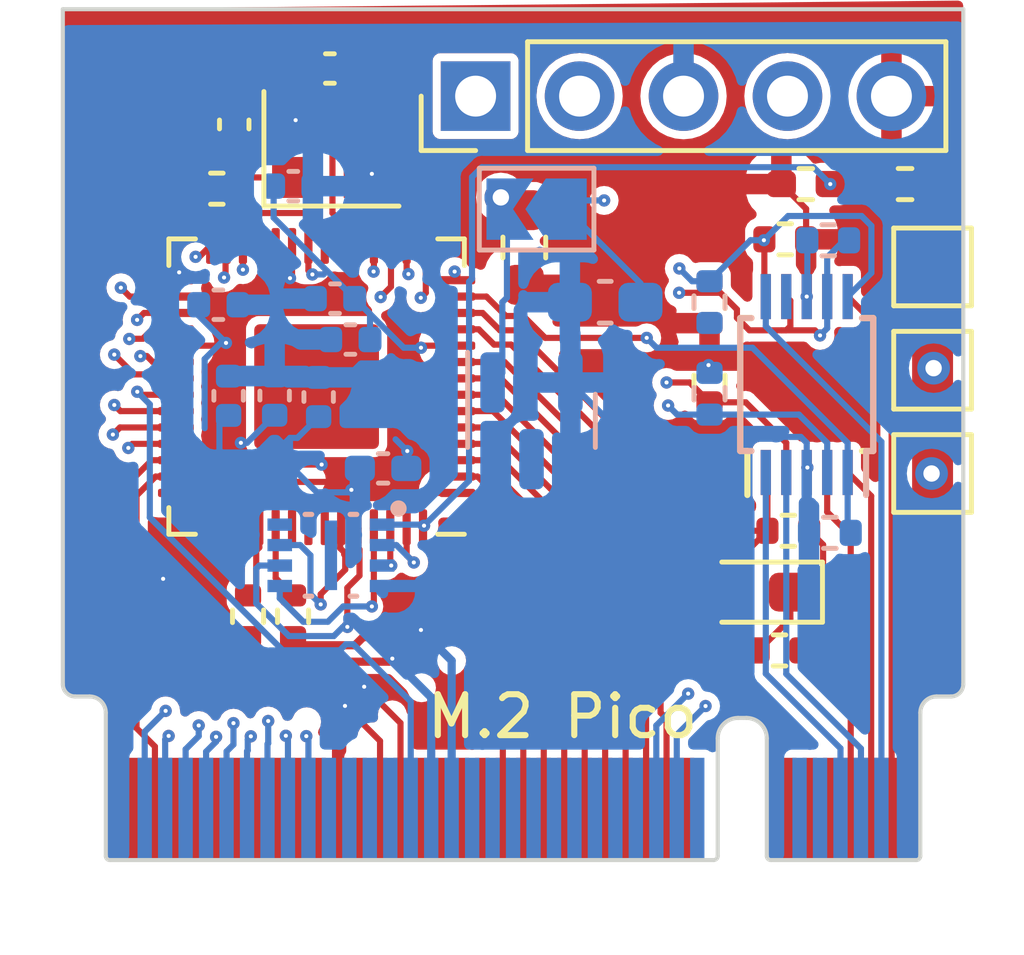
<source format=kicad_pcb>
(kicad_pcb (version 20221018) (generator pcbnew)
  (layers (0 "F.Cu" signal) (1 "In1.Cu" signal) (2 "In2.Cu" signal) (31 "B.Cu" signal) (34 "B.Paste" user) (35 "F.Paste" user) (36 "B.SilkS" user "B.Silkscreen") (37 "F.SilkS" user "F.Silkscreen") (38 "B.Mask" user) (39 "F.Mask" user) (44 "Edge.Cuts" user))
  (net 0 "")
  (net 1 "Net-(C3-Pad1)")
  (net 2 "GND")
  (net 3 "+3V3")
  (net 4 "/XIN")
  (net 5 "+1V1")
  (net 6 "Net-(D2-K)")
  (net 7 "/D+")
  (net 8 "/D-")
  (net 9 "/SWCLK")
  (net 10 "/SWD")
  (net 11 "/RUN")
  (net 12 "ADCs0")
  (net 13 "/3V0_VREF")
  (net 14 "/QSPI_SS")
  (net 15 "Net-(R1-Pad2)")
  (net 16 "/XOUT")
  (net 17 "/DP")
  (net 18 "rdy0")
  (net 19 "SENS1")
  (net 20 "SENS2")
  (net 21 "/QSPI_SD1")
  (net 22 "/QSPI_SD2")
  (net 23 "/QSPI_SD0")
  (net 24 "/QSPI_SCLK")
  (net 25 "/QSPI_SD3")
  (net 26 "SENS3")
  (net 27 "/DN")
  (net 28 "/ADC_VREF")
  (net 30 "SDA")
  (net 31 "SCL")
  (net 32 "ADCs1")
  (net 33 "rdy1")
  (net 34 "1SENS1")
  (net 35 "1SENS2")
  (net 36 "1SENS3")
  (net 38 "Tx")
  (net 39 "Rx")
  (net 40 "~{FAULT}")
  (net 41 "DC_CAL")
  (net 42 "En_GATE")
  (net 43 "H1")
  (net 44 "L1")
  (net 45 "H2")
  (net 46 "L2")
  (net 47 "H3")
  (net 48 "L3")
  (net 49 "~{FAULT}1")
  (net 50 "1DC_CAL")
  (net 51 "En_GATE1")
  (net 52 "1H1")
  (net 53 "1L1")
  (net 54 "1H2")
  (net 55 "1L2")
  (net 56 "1H3")
  (net 57 "1L3")
  (net 58 "1BR_SO1")
  (net 59 "1BR_SO2")
  (net 60 "BR_SO1")
  (net 61 "BR_SO2")
  (footprint "Package_SO:TSSOP-10_3x3mm_P0.5mm" (layer "F.Cu") (at 116.05 57.05 90)
    (fp_text reference "ADC1" hide)
    (fp_text value "ADS1015IDGS" hide)
  )
  (footprint "Resistor_SMD:R_0402_1005Metric" (layer "F.Cu") (at 115.385 63.55)
    (fp_text reference "R12" hide)
    (fp_text value "1k" hide)
  )
  (footprint "Resistor_SMD:R_0603_1608Metric_Pad0.98x0.95mm_HandSolder" (layer "F.Cu") (at 109.15 53.7 -90)
    (fp_text reference "R7" hide)
    (fp_text value "150" hide)
  )
  (footprint "Resistor_SMD:R_0402_1005Metric" (layer "F.Cu") (at 103.5 62.715 90)
    (fp_text reference "R8" hide)
    (fp_text value "27" hide)
  )
  (footprint "Capacitor_SMD:C_0402_1005Metric" (layer "F.Cu") (at 102.0625 50.6925 90)
    (fp_text reference "C3" hide)
    (fp_text value "18p" hide)
  )
  (footprint "Resistor_SMD:R_0402_1005Metric" (layer "F.Cu") (at 113.675 55.04 -90)
    (fp_text reference "R18" hide)
    (fp_text value "5k" hide)
  )
  (footprint "LED_SMD:LED_0603_1608Metric_Pad1.05x0.95mm_HandSolder" (layer "F.Cu") (at 114.775 62.125 180)
    (fp_text reference "D2" hide)
    (fp_text value "LED" hide)
  )
  (footprint "Capacitor_SMD:C_0402_1005Metric" (layer "F.Cu") (at 104.4 49.325 180)
    (fp_text reference "C2" hide)
    (fp_text value "18p" hide)
  )
  (footprint "Resistor_SMD:R_0402_1005Metric" (layer "F.Cu") (at 102.4 62.715 90)
    (fp_text reference "R9" hide)
    (fp_text value "27" hide)
  )
  (footprint "Connector_PinHeader_2.54mm:PinHeader_1x05_P2.54mm_Vertical" (layer "F.Cu") (at 107.96 50 90)
    (fp_text reference "Jr1" hide)
    (fp_text value "Conn_01x05_Pin" hide)
  )
  (footprint "Resistor_SMD:R_0402_1005Metric" (layer "F.Cu") (at 115.6 60.625)
    (fp_text reference "R20" hide)
    (fp_text value "5k" hide)
  )
  (footprint "RP2040:RP2040-QFN-56" (layer "F.Cu") (at 104.075 57.1 180)
    (fp_text reference "U5" hide)
    (fp_text value "RP2040" hide)
  )
  (footprint "Resistor_SMD:R_0402_1005Metric_Pad0.72x0.64mm_HandSolder" (layer "F.Cu") (at 116.0275 52.15)
    (fp_text reference "R2" hide)
    (fp_text value "DNP" hide)
  )
  (footprint "TestPoint:TestPoint_Pad_1.5x1.5mm" (layer "F.Cu") (at 119.125 56.7 -90)
    (fp_text reference "TP5" hide)
    (fp_text value "D+" hide)
  )
  (footprint "Y!:M.2-B-KEY" (layer "F.Cu") (at 108.875 68.675)
    (fp_text reference "U$1" hide)
    (fp_text value "M.2-B-KEY" hide)
  )
  (footprint "TestPoint:TestPoint_Pad_1.5x1.5mm" (layer "F.Cu") (at 119.125 54.175 90)
    (fp_text reference "TP1" hide)
    (fp_text value "BOOTSEL" hide)
  )
  (footprint "TestPoint:TestPoint_Pad_1.5x1.5mm" (layer "F.Cu") (at 119.125 59.225 90)
    (fp_text reference "TP7" hide)
    (fp_text value "D-" hide)
  )
  (footprint "Resistor_SMD:R_0402_1005Metric" (layer "F.Cu") (at 101.6375 52.2625)
    (fp_text reference "R5" hide)
    (fp_text value "1k" hide)
  )
  (footprint "Crystal:Crystal_SMD_2520-4Pin_2.5x2.0mm" (layer "F.Cu") (at 104.4375 51.2875)
    (fp_text reference "Y1" hide)
    (fp_text value "ECS-120-12-36-AGN-TR3" hide)
  )
  (footprint "Resistor_SMD:R_0402_1005Metric" (layer "F.Cu") (at 113.675 56.975 90)
    (fp_text reference "R14" hide)
    (fp_text value "5k" hide)
  )
  (footprint "Resistor_SMD:R_0402_1005Metric" (layer "F.Cu") (at 115.525 53.5)
    (fp_text reference "R16" hide)
    (fp_text value "5k" hide)
  )
  (footprint "Resistor_SMD:R_0402_1005Metric_Pad0.72x0.64mm_HandSolder" (layer "F.Cu") (at 118.4525 52.15)
    (fp_text reference "R1" hide)
    (fp_text value "1k" hide)
  )
  (footprint "Resistor_SMD:R_0402_1005Metric" (layer "B.Cu") (at 116.615 60.675 180)
    (fp_text reference "R21" hide)
    (fp_text value "5k" hide)
  )
  (footprint "Capacitor_SMD:C_0402_1005Metric" (layer "B.Cu") (at 101.675 55.1)
    (fp_text reference "C15" hide)
    (fp_text value "100n" hide)
  )
  (footprint "Package_SO:TSSOP-10_3x3mm_P0.5mm" (layer "B.Cu") (at 116.05 57.05 90)
    (fp_text reference "ADC2" hide)
    (fp_text value "ADS1015IDGS" hide)
  )
  (footprint "Capacitor_SMD:C_0402_1005Metric" (layer "B.Cu") (at 104.525 54.95 180)
    (fp_text reference "C12" hide)
    (fp_text value "1u" hide)
  )
  (footprint "Jumper:SolderJumper-2_P1.3mm_Open_TrianglePad1.0x1.5mm" (layer "B.Cu") (at 109.450596 52.7625 180)
    (fp_text reference "JP2" hide)
    (fp_text value "VREF" hide)
  )
  (footprint "Package_TO_SOT_SMD:SOT-23" (layer "B.Cu") (at 109.325596 57.9375 -90)
    (fp_text reference "U4" hide)
    (fp_text value "LM4040DBZ-3" hide)
  )
  (footprint "Resistor_SMD:R_0402_1005Metric" (layer "B.Cu") (at 113.675 57.275 90)
    (fp_text reference "R15" hide)
    (fp_text value "5k" hide)
  )
  (footprint "Capacitor_SMD:C_0603_1608Metric_Pad1.08x0.95mm_HandSolder" (layer "B.Cu") (at 111.125596 55.0375 180)
    (fp_text reference "C7" hide)
    (fp_text value "10n C0G" hide)
  )
  (footprint "W25Q16JVUXIQ_TR:IC_W25Q16JVUXIQ_TR" (layer "B.Cu") (at 104.425 61.225 180)
    (fp_text reference "U2" hide)
    (fp_text value "W25Q16JVUXIQ" hide)
  )
  (footprint "Capacitor_SMD:C_0402_1005Metric" (layer "B.Cu") (at 103.05 57.32 90)
    (fp_text reference "C14" hide)
    (fp_text value "100n" hide)
  )
  (footprint "Capacitor_SMD:C_0402_1005Metric" (layer "B.Cu") (at 104.9 55.95 180)
    (fp_text reference "C13" hide)
    (fp_text value "100n" hide)
  )
  (footprint "Resistor_SMD:R_0402_1005Metric" (layer "B.Cu") (at 116.575 53.525 180)
    (fp_text reference "R19" hide)
    (fp_text value "5k" hide)
  )
  (footprint "Capacitor_SMD:C_0402_1005Metric" (layer "B.Cu") (at 104.125 57.355 90)
    (fp_text reference "C8" hide)
    (fp_text value "100n" hide)
  )
  (footprint "Resistor_SMD:R_0402_1005Metric" (layer "B.Cu") (at 113.675 55.035 -90)
    (fp_text reference "R17" hide)
    (fp_text value "5k" hide)
  )
  (footprint "Capacitor_SMD:C_0402_1005Metric" (layer "B.Cu") (at 103.505 52.2)
    (fp_text reference "C11" hide)
    (fp_text value "100n" hide)
  )
  (footprint "Capacitor_SMD:C_0402_1005Metric" (layer "B.Cu") (at 101.925 57.325 90)
    (fp_text reference "C10" hide)
    (fp_text value "1u" hide)
  )
  (footprint "Capacitor_SMD:C_0402_1005Metric_Pad0.74x0.62mm_HandSolder" (layer "B.Cu") (at 105.7 59.1 180)
    (fp_text reference "C5" hide)
    (fp_text value "100n" hide)
  )
  (gr_line (start 113.875 65.7) (end 113.875 68.575) (stroke (width 0.1)) (layer "Edge.Cuts"))
  (gr_line (start 114.575 65.2) (end 114.375 65.2) (stroke (width 0.1)) (layer "Edge.Cuts"))
  (gr_arc (start 119.875 64.375) (mid 119.787132 64.587132) (end 119.575 64.675) (stroke (width 0.1)) (layer "Edge.Cuts"))
  (gr_line (start 115.075 68.575) (end 115.075 65.7) (stroke (width 0.1)) (layer "Edge.Cuts"))
  (gr_line (start 97.875 47.875) (end 97.875 64.375) (stroke (width 0.1)) (layer "Edge.Cuts"))
  (gr_arc (start 98.175 64.675) (mid 97.962868 64.587132) (end 97.875 64.375) (stroke (width 0.1)) (layer "Edge.Cuts"))
  (gr_arc (start 115.175 68.675) (mid 115.104289 68.645711) (end 115.075 68.575) (stroke (width 0.1)) (layer "Edge.Cuts"))
  (gr_line (start 113.775 68.675) (end 99.025 68.675) (stroke (width 0.1)) (layer "Edge.Cuts"))
  (gr_line (start 98.175 64.675) (end 98.525 64.675) (stroke (width 0.1)) (layer "Edge.Cuts"))
  (gr_line (start 118.725 68.675) (end 115.175 68.675) (stroke (width 0.1)) (layer "Edge.Cuts"))
  (gr_arc (start 118.825 68.575) (mid 118.795711 68.645711) (end 118.725 68.675) (stroke (width 0.1)) (layer "Edge.Cuts"))
  (gr_line (start 119.875 64.375) (end 119.875 47.875) (stroke (width 0.1)) (layer "Edge.Cuts"))
  (gr_arc (start 98.525 64.675) (mid 98.807843 64.792157) (end 98.925 65.075) (stroke (width 0.1)) (layer "Edge.Cuts"))
  (gr_line (start 98.925 65.075) (end 98.925 68.575) (stroke (width 0.1)) (layer "Edge.Cuts"))
  (gr_arc (start 113.875 68.575) (mid 113.845711 68.645711) (end 113.775 68.675) (stroke (width 0.1)) (layer "Edge.Cuts"))
  (gr_line (start 119.225 64.675) (end 119.575 64.675) (stroke (width 0.1)) (layer "Edge.Cuts"))
  (gr_arc (start 113.875 65.7) (mid 114.021447 65.346447) (end 114.375 65.2) (stroke (width 0.1)) (layer "Edge.Cuts"))
  (gr_arc (start 118.825 65.075) (mid 118.942157 64.792157) (end 119.225 64.675) (stroke (width 0.1)) (layer "Edge.Cuts"))
  (gr_line (start 97.875 47.875) (end 119.875 47.875) (stroke (width 0.1)) (layer "Edge.Cuts"))
  (gr_line (start 118.825 68.575) (end 118.825 65.075) (stroke (width 0.1)) (layer "Edge.Cuts"))
  (gr_arc (start 99.025 68.675) (mid 98.954289 68.645711) (end 98.925 68.575) (stroke (width 0.1)) (layer "Edge.Cuts"))
  (gr_arc (start 114.575 65.2) (mid 114.928553 65.346447) (end 115.075 65.7) (stroke (width 0.1)) (layer "Edge.Cuts"))
  (gr_text "M.2 Pico" (at 106.7 65.75) (layer "F.SilkS") (effects (font (size 1 1)) (justify left bottom)))
  (segment (start 102.0625 51.1725) (end 102.0625 52.1775) (width 0.15) (layer "F.Cu") (net 1))
  (segment (start 102.4225 51.9875) (end 102.1475 52.2625) (width 0.15) (layer "F.Cu") (net 1))
  (segment (start 103.5625 51.9875) (end 102.4225 51.9875) (width 0.15) (layer "F.Cu") (net 1))
  (segment (start 105.3125 51.9875) (end 105.075 52.225) (width 0.15) (layer "F.Cu") (net 2))
  (segment (start 105.3375 51.9875) (end 105.425 51.9) (width 0.15) (layer "F.Cu") (net 2))
  (segment (start 103.5625 50.5875) (end 102.4375 50.5875) (width 0.15) (layer "F.Cu") (net 2))
  (segment (start 103.92 49.325) (end 103.92 50.23) (width 0.15) (layer "F.Cu") (net 2))
  (segment (start 115.895 63.55) (end 116.45 62.995) (width 0.15) (layer "F.Cu") (net 2))
  (segment (start 116.45 60.965) (end 116.11 60.625) (width 0.15) (layer "F.Cu") (net 2))
  (segment (start 105.075 52.225) (end 105.075 53.6625) (width 0.15) (layer "F.Cu") (net 2))
  (segment (start 102.4375 50.5875) (end 102.0625 50.2125) (width 0.15) (layer "F.Cu") (net 2))
  (segment (start 103.92 50.23) (end 103.5625 50.5875) (width 0.15) (layer "F.Cu") (net 2))
  (segment (start 116.05 59.2) (end 116.05 60.565) (width 0.15) (layer "F.Cu") (net 2))
  (segment (start 105.3125 51.9875) (end 105.3375 51.9875) (width 0.15) (layer "F.Cu") (net 2))
  (segment (start 116.45 62.995) (end 116.45 60.965) (width 0.15) (layer "F.Cu") (net 2))
  (via micro (at 105.425 51.9) (size 0.3) (drill 0.1) (layers "F.Cu" "B.Cu") (net 2))
  (via micro (at 103.5625 50.5875) (size 0.3) (drill 0.1) (layers "F.Cu" "B.Cu") (net 2))
  (via micro (at 116.065874 59.079085) (size 0.3) (drill 0.1) (layers "F.Cu" "B.Cu") (net 2))
  (segment (start 111.605596 58.33) (end 110.275596 57) (width 0.15) (layer "B.Cu") (net 2))
  (segment (start 116.05 59.2) (end 116.05 58.475) (width 0.15) (layer "B.Cu") (net 2))
  (segment (start 116.05 58.475) (end 115.905 58.33) (width 0.15) (layer "B.Cu") (net 2))
  (segment (start 115.905 58.33) (end 111.605596 58.33) (width 0.15) (layer "B.Cu") (net 2))
  (segment (start 101.675 61.25) (end 101.875 61.05) (width 0.15) (layer "F.Cu") (net 3))
  (segment (start 116.035 53.5) (end 116.035 52.755) (width 0.15) (layer "F.Cu") (net 3))
  (segment (start 101.875 60.5375) (end 101.875 60.040381) (width 0.15) (layer "F.Cu") (net 3))
  (segment (start 106.625 56.15) (end 106.675 56.1) (width 0.15) (layer "F.Cu") (net 3))
  (segment (start 102.090381 59.825) (end 102.7 59.825) (width 0.15) (layer "F.Cu") (net 3))
  (segment (start 106.29037 59.38463) (end 106.29037 58.6755) (width 0.15) (layer "F.Cu") (net 3))
  (segment (start 100.6375 60.597119) (end 101.290381 61.25) (width 0.15) (layer "F.Cu") (net 3))
  (segment (start 103.275 59.825) (end 103.475 60.025) (width 0.15) (layer "F.Cu") (net 3))
  (segment (start 100.6375 59.7) (end 100.6375 60.597119) (width 0.15) (layer "F.Cu") (net 3))
  (segment (start 106.675 56.1) (end 107.5125 56.1) (width 0.15) (layer "F.Cu") (net 3))
  (segment (start 113.675 55.55) (end 113.675 56.465) (width 0.15) (layer "F.Cu") (net 3))
  (segment (start 103.875 60.5375) (end 103.875 60.040381) (width 0.15) (layer "F.Cu") (net 3))
  (segment (start 105.975 59.7) (end 106.29037 59.38463) (width 0.15) (layer "F.Cu") (net 3))
  (segment (start 103.875 53.6625) (end 103.875 54.262176) (width 0.15) (layer "F.Cu") (net 3))
  (segment (start 103.475 60.025) (end 103.475 60.5375) (width 0.15) (layer "F.Cu") (net 3))
  (segment (start 103.875 60.040381) (end 103.490381 60.040381) (width 0.15) (layer "F.Cu") (net 3))
  (segment (start 103.490381 60.040381) (end 103.275 59.825) (width 0.15) (layer "F.Cu") (net 3))
  (segment (start 104.60412 59.2005) (end 104.373837 59.430783) (width 0.15) (layer "F.Cu") (net 3))
  (segment (start 100.6375 56.1) (end 101.795207 56.1) (width 0.15) (layer "F.Cu") (net 3))
  (segment (start 116.035 52.755) (end 115.43 52.15) (width 0.15) (layer "F.Cu") (net 3))
  (segment (start 103.875 54.262176) (end 103.972021 54.359197) (width 0.15) (layer "F.Cu") (net 3))
  (segment (start 102.7 59.825) (end 103.275 59.825) (width 0.15) (layer "F.Cu") (net 3))
  (segment (start 101.875 61.05) (end 101.875 60.5375) (width 0.15) (layer "F.Cu") (net 3))
  (segment (start 105.975 59.7) (end 107.5125 59.7) (width 0.15) (layer "F.Cu") (net 3))
  (segment (start 101.290381 61.25) (end 101.675 61.25) (width 0.15) (layer "F.Cu") (net 3))
  (segment (start 105.4755 59.2005) (end 104.60412 59.2005) (width 0.15) (layer "F.Cu") (net 3))
  (segment (start 105.975 59.7) (end 105.4755 59.2005) (width 0.15) (layer "F.Cu") (net 3))
  (segment (start 103.094217 59.430783) (end 102.7 59.825) (width 0.15) (layer "F.Cu") (net 3))
  (segment (start 101.875 60.040381) (end 102.090381 59.825) (width 0.15) (layer "F.Cu") (net 3))
  (segment (start 101.795207 56.1) (end 101.861859 56.033348) (width 0.15) (layer "F.Cu") (net 3))
  (segment (start 104.373837 59.430783) (end 103.094217 59.430783) (width 0.15) (layer "F.Cu") (net 3))
  (via micro (at 106.29037 58.6755) (size 0.3) (drill 0.1) (layers "F.Cu" "B.Cu") (net 3))
  (via micro (at 106.625 56.15) (size 0.3) (drill 0.1) (layers "F.Cu" "B.Cu") (net 3))
  (via micro (at 116.05 54.9) (size 0.3) (drill 0.1) (layers "F.Cu" "B.Cu") (net 3))
  (via micro (at 113.650186 56.575187) (size 0.3) (drill 0.1) (layers "F.Cu" "B.Cu") (net 3))
  (via micro (at 102.225 58.475) (size 0.3) (drill 0.1) (layers "F.Cu" "B.Cu") (net 3))
  (via micro (at 101.861859 56.033348) (size 0.3) (drill 0.1) (layers "F.Cu" "B.Cu") (net 3))
  (via micro (at 103.972021 54.359197) (size 0.3) (drill 0.1) (layers "F.Cu" "B.Cu") (net 3))
  (segment (start 105.38 55.95) (end 105.38 55.325) (width 0.15) (layer "B.Cu") (net 3))
  (segment (start 101.34 58.116899) (end 101.34 56.427035) (width 0.15) (layer "B.Cu") (net 3))
  (segment (start 102.375 58.475) (end 102.225 58.475) (width 0.15) (layer "B.Cu") (net 3))
  (segment (start 101.34 56.427035) (end 101.733687 56.033348) (width 0.15) (layer "B.Cu") (net 3))
  (segment (start 101.733687 56.033348) (end 101.861859 56.033348) (width 0.15) (layer "B.Cu") (net 3))
  (segment (start 104.3275 54.2725) (end 105.005 54.95) (width 0.15) (layer "B.Cu") (net 3))
  (segment (start 106.205 56.15) (end 106.625 56.15) (width 0.15) (layer "B.Cu") (net 3))
  (segment (start 101.195 55.1) (end 101.195 55.366489) (width 0.15) (layer "B.Cu") (net 3))
  (segment (start 106.00487 58.39) (end 106.29037 58.6755) (width 0.15) (layer "B.Cu") (net 3))
  (segment (start 116.065 53.525) (end 116.065 54.885) (width 0.15) (layer "B.Cu") (net 3))
  (segment (start 104.240803 54.359197) (end 104.3275 54.2725) (width 0.15) (layer "B.Cu") (net 3))
  (segment (start 103.05 57.8) (end 102.375 58.475) (width 0.15) (layer "B.Cu") (net 3))
  (segment (start 103.972021 54.359197) (end 104.240803 54.359197) (width 0.15) (layer "B.Cu") (net 3))
  (segment (start 103.025 52.97) (end 104.3275 54.2725) (width 0.15) (layer "B.Cu") (net 3))
  (segment (start 105.005 54.95) (end 106.205 56.15) (width 0.15) (layer "B.Cu") (net 3))
  (segment (start 101.195 55.366489) (end 101.861859 56.033348) (width 0.15) (layer "B.Cu") (net 3))
  (segment (start 103.025 52.2) (end 103.025 52.97) (width 0.15) (layer "B.Cu") (net 3))
  (segment (start 105.38 55.325) (end 105.005 54.95) (width 0.15) (layer "B.Cu") (net 3))
  (segment (start 106.29037 59.07713) (end 106.29037 58.6755) (width 0.15) (layer "B.Cu") (net 3))
  (segment (start 105.2375 50.5875) (end 104.4625 51.3625) (width 0.15) (layer "F.Cu") (net 4))
  (segment (start 104.4625 51.3625) (end 104.4625 52.858611) (width 0.15) (layer "F.Cu") (net 4))
  (segment (start 104.675 53.071111) (end 104.675 53.6625) (width 0.15) (layer "F.Cu") (net 4))
  (segment (start 104.4625 52.858611) (end 104.675 53.071111) (width 0.15) (layer "F.Cu") (net 4))
  (segment (start 105.3125 49.7575) (end 105.3125 50.5875) (width 0.15) (layer "F.Cu") (net 4))
  (segment (start 104.8675 49.3125) (end 105.3125 49.7575) (width 0.15) (layer "F.Cu") (net 4))
  (segment (start 103.475 54.4) (end 103.425 54.45) (width 0.15) (layer "F.Cu") (net 5))
  (segment (start 102.25 61.175) (end 101.625 61.8) (width 0.15) (layer "F.Cu") (net 5))
  (segment (start 104.690381 59.625) (end 104.925 59.625) (width 0.15) (layer "F.Cu") (net 5))
  (segment (start 103.475 53.6625) (end 103.475 54.4) (width 0.15) (layer "F.Cu") (net 5))
  (segment (start 102.25 60.5625) (end 102.25 61.175) (width 0.15) (layer "F.Cu") (net 5))
  (segment (start 101.625 61.8) (end 100.325 61.8) (width 0.15) (layer "F.Cu") (net 5))
  (segment (start 104.275 60.040381) (end 104.690381 59.625) (width 0.15) (layer "F.Cu") (net 5))
  (segment (start 104.275 60.5375) (end 104.275 60.040381) (width 0.15) (layer "F.Cu") (net 5))
  (segment (start 102.275 60.5375) (end 102.25 60.5625) (width 0.15) (layer "F.Cu") (net 5))
  (via micro (at 104.925 59.625) (size 0.3) (drill 0.1) (layers "F.Cu" "B.Cu") (net 5))
  (via micro (at 103.425 54.45) (size 0.3) (drill 0.1) (layers "F.Cu" "B.Cu") (net 5))
  (via micro (at 100.325 61.8) (size 0.3) (drill 0.1) (layers "F.Cu" "B.Cu") (net 5))
  (segment (start 101.7005 58.650834) (end 101.949166 58.8995) (width 0.15) (layer "B.Cu") (net 5))
  (segment (start 103.425 58.355) (end 103.425 59.026041) (width 0.15) (layer "B.Cu") (net 5))
  (segment (start 101.925 57.805) (end 101.7005 58.0295) (width 0.15) (layer "B.Cu") (net 5))
  (segment (start 101.7005 58.0295) (end 101.7005 58.650834) (width 0.15) (layer "B.Cu") (net 5))
  (segment (start 104.083959 59.685) (end 104.925 59.685) (width 0.15) (layer "B.Cu") (net 5))
  (segment (start 103.425 58.355) (end 103.605 58.355) (width 0.15) (layer "B.Cu") (net 5))
  (segment (start 101.949166 58.8995) (end 102.8805 58.8995) (width 0.15) (layer "B.Cu") (net 5))
  (segment (start 103.605 58.355) (end 104.125 57.835) (width 0.15) (layer "B.Cu") (net 5))
  (segment (start 103.425 59.026041) (end 104.083959 59.685) (width 0.15) (layer "B.Cu") (net 5))
  (segment (start 102.8805 58.8995) (end 103.425 58.355) (width 0.15) (layer "B.Cu") (net 5))
  (segment (start 115.65 62.125) (end 115.65 62.775) (width 0.15) (layer "F.Cu") (net 6))
  (segment (start 115.65 62.775) (end 114.875 63.55) (width 0.15) (layer "F.Cu") (net 6))
  (segment (start 103.5 63.225) (end 103.699199 63.424199) (width 0.2) (layer "F.Cu") (net 7))
  (segment (start 103.699199 63.424199) (end 105.012158 63.424199) (width 0.2) (layer "F.Cu") (net 7))
  (segment (start 105.211357 63.225) (end 106.449666 63.225) (width 0.2) (layer "F.Cu") (net 7))
  (segment (start 106.449666 63.225) (end 106.624583 63.050083) (width 0.2) (layer "F.Cu") (net 7))
  (segment (start 105.012158 63.424199) (end 105.211357 63.225) (width 0.2) (layer "F.Cu") (net 7))
  (via micro (at 106.624583 63.050083) (size 0.3) (drill 0.1) (layers "F.Cu" "B.Cu") (net 7))
  (via (at 119.15 56.65) (size 0.8) (drill 0.4) (layers "F.Cu" "B.Cu") (net 7))
  (segment (start 107.375 63.8005) (end 106.624583 63.050083) (width 0.2) (layer "B.Cu") (net 7))
  (segment (start 107.375 67.425) (end 107.375 63.8005) (width 0.2) (layer "B.Cu") (net 7))
  (segment (start 103 63.825) (end 105.849666 63.825) (width 0.2) (layer "F.Cu") (net 8))
  (segment (start 105.849666 63.825) (end 105.924833 63.749833) (width 0.2) (layer "F.Cu") (net 8))
  (segment (start 102.4 63.225) (end 103 63.825) (width 0.2) (layer "F.Cu") (net 8))
  (via (at 119.1 59.225) (size 0.8) (drill 0.4) (layers "F.Cu" "B.Cu") (net 8))
  (via micro (at 105.924833 63.749833) (size 0.3) (drill 0.1) (layers "F.Cu" "B.Cu") (net 8))
  (segment (start 106.875 64.7) (end 105.924833 63.749833) (width 0.2) (layer "B.Cu") (net 8))
  (segment (start 106.875 67.425) (end 106.875 64.7) (width 0.2) (layer "B.Cu") (net 8))
  (segment (start 106.125 65.325) (end 105.237333 64.437333) (width 0.15) (layer "F.Cu") (net 11))
  (segment (start 106.125 67.425) (end 106.125 65.325) (width 0.15) (layer "F.Cu") (net 11))
  (segment (start 102.275 53.6625) (end 102.275 54.242615) (width 0.15) (layer "F.Cu") (net 11))
  (via micro (at 102.275 54.242615) (size 0.3) (drill 0.1) (layers "F.Cu" "B.Cu") (net 11))
  (via micro (at 105.237333 64.437333) (size 0.3) (drill 0.1) (layers "F.Cu" "B.Cu") (net 11))
  (segment (start 113.9 61.815) (end 115.09 60.625) (width 0.15) (layer "F.Cu") (net 12))
  (segment (start 107.5125 55.3) (end 108.130947 55.3) (width 0.15) (layer "F.Cu") (net 12))
  (segment (start 113.875 60.625) (end 115.09 60.625) (width 0.15) (layer "F.Cu") (net 12))
  (segment (start 115.09 60.625) (end 115.09 59.24) (width 0.15) (layer "F.Cu") (net 12))
  (segment (start 108.130947 55.3) (end 108.555448 55.724501) (width 0.15) (layer "F.Cu") (net 12))
  (segment (start 108.974501 55.724501) (end 113.875 60.625) (width 0.15) (layer "F.Cu") (net 12))
  (segment (start 108.555448 55.724501) (end 108.974501 55.724501) (width 0.15) (layer "F.Cu") (net 12))
  (segment (start 108.888711 52.7875) (end 108.576711 52.4755) (width 0.15) (layer "F.Cu") (net 13))
  (via (at 108.576711 52.4755) (size 0.8) (drill 0.4) (layers "F.Cu" "B.Cu") (net 13))
  (segment (start 108.613096 55.0375) (end 108.725596 54.925) (width 0.15) (layer "B.Cu") (net 13))
  (segment (start 108.725596 54.925) (end 108.725596 52.7625) (width 0.15) (layer "B.Cu") (net 13))
  (segment (start 108.613096 56.7625) (end 108.375596 57) (width 0.15) (layer "B.Cu") (net 13))
  (segment (start 108.613096 55.0375) (end 108.613096 56.7625) (width 0.15) (layer "B.Cu") (net 13))
  (segment (start 116.625 52.15) (end 117.855 52.15) (width 0.15) (layer "F.Cu") (net 14))
  (via micro (at 116.625 52.15) (size 0.3) (drill 0.1) (layers "F.Cu" "B.Cu") (net 14))
  (via micro (at 106.7 60.5) (size 0.3) (drill 0.1) (layers "F.Cu" "B.Cu") (net 14))
  (segment (start 107.8 59.4) (end 106.7 60.5) (width 0.15) (layer "B.Cu") (net 14))
  (segment (start 116.2125 51.7375) (end 108.111686 51.7375) (width 0.15) (layer "B.Cu") (net 14))
  (segment (start 107.871953 54.46456) (end 107.8 54.536513) (width 0.15) (layer "B.Cu") (net 14))
  (segment (start 106.675 60.475) (end 106.7 60.5) (width 0.15) (layer "B.Cu") (net 14))
  (segment (start 105.675 60.475) (end 106.675 60.475) (width 0.15) (layer "B.Cu") (net 14))
  (segment (start 107.8 54.536513) (end 107.8 59.4) (width 0.15) (layer "B.Cu") (net 14))
  (segment (start 107.871953 51.977233) (end 107.871953 54.46456) (width 0.15) (layer "B.Cu") (net 14))
  (segment (start 116.625 52.15) (end 116.2125 51.7375) (width 0.15) (layer "B.Cu") (net 14))
  (segment (start 108.111686 51.7375) (end 107.871953 51.977233) (width 0.15) (layer "B.Cu") (net 14))
  (segment (start 119.125 52.225) (end 119.125 54.175) (width 0.15) (layer "F.Cu") (net 15))
  (segment (start 101.7225 52.8575) (end 103.967119 52.8575) (width 0.15) (layer "F.Cu") (net 16))
  (segment (start 103.967119 52.8575) (end 104.275 53.165381) (width 0.15) (layer "F.Cu") (net 16))
  (segment (start 104.275 53.165381) (end 104.275 53.6625) (width 0.15) (layer "F.Cu") (net 16))
  (segment (start 101.1275 52.2625) (end 101.7225 52.8575) (width 0.15) (layer "F.Cu") (net 16))
  (segment (start 103.075 61.78) (end 103.075 60.5375) (width 0.15) (layer "F.Cu") (net 17))
  (segment (start 103.5 62.205) (end 103.075 61.78) (width 0.15) (layer "F.Cu") (net 17))
  (segment (start 100.6375 56.5) (end 100.075465 56.5) (width 0.15) (layer "F.Cu") (net 18))
  (segment (start 99.930889 56.355424) (end 99.769243 56.355424) (width 0.15) (layer "F.Cu") (net 18))
  (segment (start 113.675 57.485) (end 113.190019 57.000019) (width 0.15) (layer "F.Cu") (net 18))
  (segment (start 113.190019 57.000019) (end 112.62502 57.000019) (width 0.15) (layer "F.Cu") (net 18))
  (segment (start 115.55 58.475) (end 114.56 57.485) (width 0.15) (layer "F.Cu") (net 18))
  (segment (start 115.55 59.2) (end 115.55 58.475) (width 0.15) (layer "F.Cu") (net 18))
  (segment (start 114.56 57.485) (end 113.675 57.485) (width 0.15) (layer "F.Cu") (net 18))
  (segment (start 100.075465 56.5) (end 99.930889 56.355424) (width 0.15) (layer "F.Cu") (net 18))
  (via micro (at 112.62502 57.000019) (size 0.3) (drill 0.1) (layers "F.Cu" "B.Cu") (net 18))
  (via micro (at 99.769243 56.355424) (size 0.3) (drill 0.1) (layers "F.Cu" "B.Cu") (net 18))
  (segment (start 116.55 60.165172) (end 117.125 60.740172) (width 0.15) (layer "F.Cu") (net 19))
  (segment (start 117.125 60.740172) (end 117.125 67.425) (width 0.15) (layer "F.Cu") (net 19))
  (segment (start 116.55 59.2) (end 116.55 60.165172) (width 0.15) (layer "F.Cu") (net 19))
  (segment (start 117.05 59.2) (end 117.625 59.775) (width 0.15) (layer "F.Cu") (net 20))
  (segment (start 117.625 59.775) (end 117.625 67.425) (width 0.15) (layer "F.Cu") (net 20))
  (segment (start 106.275 61.225) (end 106.275 60.5375) (width 0.15) (layer "F.Cu") (net 21))
  (segment (start 106.45 61.4) (end 106.275 61.225) (width 0.15) (layer "F.Cu") (net 21))
  (via micro (at 106.45 61.4) (size 0.3) (drill 0.1) (layers "F.Cu" "B.Cu") (net 21))
  (segment (start 105.675 60.975) (end 106.025 60.975) (width 0.15) (layer "B.Cu") (net 21))
  (segment (start 106.025 60.975) (end 106.45 61.4) (width 0.15) (layer "B.Cu") (net 21))
  (segment (start 105.875 60.5375) (end 105.875 61.451579) (width 0.15) (layer "F.Cu") (net 22))
  (segment (start 105.875 61.451579) (end 105.898003 61.474582) (width 0.15) (layer "F.Cu") (net 22))
  (via micro (at 105.898003 61.474582) (size 0.3) (drill 0.1) (layers "F.Cu" "B.Cu") (net 22))
  (segment (start 105.473502 62.42633) (end 105.424999 62.474833) (width 0.15) (layer "F.Cu") (net 23))
  (segment (start 105.450499 60.562001) (end 105.473502 60.585004) (width 0.15) (layer "F.Cu") (net 23))
  (segment (start 105.473502 60.585004) (end 105.473502 62.42633) (width 0.15) (layer "F.Cu") (net 23))
  (via micro (at 105.424999 62.474833) (size 0.3) (drill 0.1) (layers "F.Cu" "B.Cu") (net 23))
  (segment (start 103.7495 62.8495) (end 104.350834 62.8495) (width 0.15) (layer "B.Cu") (net 23))
  (segment (start 104.725501 62.474833) (end 105.424999 62.474833) (width 0.15) (layer "B.Cu") (net 23))
  (segment (start 104.350834 62.8495) (end 104.725501 62.474833) (width 0.15) (layer "B.Cu") (net 23))
  (segment (start 103.175 62.275) (end 103.7495 62.8495) (width 0.15) (layer "B.Cu") (net 23))
  (segment (start 103.175 61.975) (end 103.175 62.275) (width 0.15) (layer "B.Cu") (net 23))
  (segment (start 105.075 60.5375) (end 105.1 60.5625) (width 0.15) (layer "F.Cu") (net 24))
  (segment (start 105.1 60.5625) (end 105.1 61.059619) (width 0.15) (layer "F.Cu") (net 24))
  (segment (start 105.1 61.059619) (end 105.123502 61.083121) (width 0.15) (layer "F.Cu") (net 24))
  (segment (start 105.123502 61.721102) (end 104.825969 62.018635) (width 0.15) (layer "F.Cu") (net 24))
  (segment (start 105.123502 61.083121) (end 105.123502 61.721102) (width 0.15) (layer "F.Cu") (net 24))
  (segment (start 104.825969 62.018635) (end 104.825969 62.974699) (width 0.15) (layer "F.Cu") (net 24))
  (via micro (at 104.825969 62.974699) (size 0.3) (drill 0.1) (layers "F.Cu" "B.Cu") (net 24))
  (segment (start 102.675 61.475) (end 102.6 61.55) (width 0.15) (layer "B.Cu") (net 24))
  (segment (start 104.719905 62.974699) (end 104.825969 62.974699) (width 0.15) (layer "B.Cu") (net 24))
  (segment (start 104.495603 63.199001) (end 104.719905 62.974699) (width 0.15) (layer "B.Cu") (net 24))
  (segment (start 103.175 61.475) (end 102.675 61.475) (width 0.15) (layer "B.Cu") (net 24))
  (segment (start 102.6 62.4) (end 103.399001 63.199001) (width 0.15) (layer "B.Cu") (net 24))
  (segment (start 103.399001 63.199001) (end 104.495603 63.199001) (width 0.15) (layer "B.Cu") (net 24))
  (segment (start 102.6 61.55) (end 102.6 62.4) (width 0.15) (layer "B.Cu") (net 24))
  (segment (start 104.650998 61.050664) (end 104.750499 61.150165) (width 0.15) (layer "F.Cu") (net 25))
  (segment (start 104.774001 61.22789) (end 104.774001 61.576333) (width 0.15) (layer "F.Cu") (net 25))
  (segment (start 104.750499 61.204388) (end 104.774001 61.22789) (width 0.15) (layer "F.Cu") (net 25))
  (segment (start 104.774001 61.576333) (end 104.175 62.175334) (width 0.15) (layer "F.Cu") (net 25))
  (segment (start 104.750499 61.150165) (end 104.750499 61.204388) (width 0.15) (layer "F.Cu") (net 25))
  (segment (start 104.175 62.175334) (end 104.175 62.425) (width 0.15) (layer "F.Cu") (net 25))
  (segment (start 104.650998 60.561502) (end 104.650998 61.050664) (width 0.15) (layer "F.Cu") (net 25))
  (via micro (at 104.175 62.425) (size 0.3) (drill 0.1) (layers "F.Cu" "B.Cu") (net 25))
  (segment (start 103.675 60.975) (end 103.925 61.225) (width 0.15) (layer "B.Cu") (net 25))
  (segment (start 103.925 61.225) (end 103.925 62.175) (width 0.15) (layer "B.Cu") (net 25))
  (segment (start 103.925 62.175) (end 104.175 62.425) (width 0.15) (layer "B.Cu") (net 25))
  (segment (start 103.175 60.975) (end 103.675 60.975) (width 0.15) (layer "B.Cu") (net 25))
  (segment (start 117.05 54.9) (end 118.125 55.975) (width 0.15) (layer "F.Cu") (net 26))
  (segment (start 118.125 55.975) (end 118.125 67.425) (width 0.15) (layer "F.Cu") (net 26))
  (segment (start 102.6 62.005) (end 102.6 61.109619) (width 0.15) (layer "F.Cu") (net 27))
  (segment (start 102.6 61.109619) (end 102.675 61.034619) (width 0.15) (layer "F.Cu") (net 27))
  (segment (start 102.4 62.205) (end 102.6 62.005) (width 0.15) (layer "F.Cu") (net 27))
  (segment (start 102.675 61.034619) (end 102.675 60.5375) (width 0.15) (layer "F.Cu") (net 27))
  (segment (start 102.414829 59.006283) (end 104.198003 59.006283) (width 0.15) (layer "F.Cu") (net 28))
  (segment (start 101.475 59.946112) (end 102.414829 59.006283) (width 0.15) (layer "F.Cu") (net 28))
  (segment (start 101.475 60.5375) (end 101.475 59.946112) (width 0.15) (layer "F.Cu") (net 28))
  (via micro (at 111.1 52.55) (size 0.3) (drill 0.1) (layers "F.Cu" "B.Cu") (net 28))
  (via micro (at 104.198003 59.006283) (size 0.3) (drill 0.1) (layers "F.Cu" "B.Cu") (net 28))
  (segment (start 111.988096 55.0375) (end 111.988096 54.575) (width 0.15) (layer "B.Cu") (net 28))
  (segment (start 110.45 52.55) (end 111.1 52.55) (width 0.15) (layer "B.Cu") (net 28))
  (segment (start 111.988096 54.575) (end 110.175596 52.7625) (width 0.15) (layer "B.Cu") (net 28))
  (segment (start 114.345 55.42) (end 114.345 55.214106) (width 0.15) (layer "F.Cu") (net 30))
  (segment (start 116.25 55.725) (end 116.375 55.85) (width 0.15) (layer "F.Cu") (net 30))
  (segment (start 99.593409 55.930924) (end 99.589083 55.93525) (width 0.15) (layer "F.Cu") (net 30))
  (segment (start 115.425 55.725) (end 115.55 55.725) (width 0.15) (layer "F.Cu") (net 30))
  (segment (start 115.425 55.725) (end 114.65 55.725) (width 0.15) (layer "F.Cu") (net 30))
  (segment (start 113.937866 54.806972) (end 112.93201 54.806972) (width 0.15) (layer "F.Cu") (net 30))
  (segment (start 100.6375 55.7) (end 100.059355 55.7) (width 0.15) (layer "F.Cu") (net 30))
  (segment (start 114.345 55.214106) (end 113.937866 54.806972) (width 0.15) (layer "F.Cu") (net 30))
  (segment (start 115.65 55.625) (end 115.65 55) (width 0.15) (layer "F.Cu") (net 30))
  (segment (start 115.65 55) (end 115.55 54.9) (width 0.15) (layer "F.Cu") (net 30))
  (segment (start 115.425 55.725) (end 116.25 55.725) (width 0.15) (layer "F.Cu") (net 30))
  (segment (start 114.65 55.725) (end 114.345 55.42) (width 0.15) (layer "F.Cu") (net 30))
  (segment (start 99.589083 55.93525) (end 99.49878 55.93525) (width 0.15) (layer "F.Cu") (net 30))
  (segment (start 100.059355 55.7) (end 99.828431 55.930924) (width 0.15) (layer "F.Cu") (net 30))
  (segment (start 115.55 55.725) (end 115.65 55.625) (width 0.15) (layer "F.Cu") (net 30))
  (segment (start 99.828431 55.930924) (end 99.593409 55.930924) (width 0.15) (layer "F.Cu") (net 30))
  (via micro (at 99.49878 55.93525) (size 0.3) (drill 0.1) (layers "F.Cu" "B.Cu") (net 30))
  (via micro (at 112.93201 54.806972) (size 0.3) (drill 0.1) (layers "F.Cu" "B.Cu") (net 30))
  (via micro (at 116.375 55.85) (size 0.3) (drill 0.1) (layers "F.Cu" "B.Cu") (net 30))
  (segment (start 116.964828 53.525) (end 116.55 53.939828) (width 0.15) (layer "B.Cu") (net 30))
  (segment (start 116.55 53.939828) (end 116.55 54.9) (width 0.15) (layer "B.Cu") (net 30))
  (segment (start 116.55 54.9) (end 116.55 55.675) (width 0.15) (layer "B.Cu") (net 30))
  (segment (start 116.55 55.675) (end 116.375 55.85) (width 0.15) (layer "B.Cu") (net 30))
  (segment (start 115.015 53.5) (end 115.015 54.865) (width 0.15) (layer "F.Cu") (net 31))
  (segment (start 100.6375 55.3) (end 99.859019 55.3) (width 0.15) (layer "F.Cu") (net 31))
  (segment (start 99.859019 55.3) (end 99.689262 55.469757) (width 0.15) (layer "F.Cu") (net 31))
  (via micro (at 112.937686 54.212314) (size 0.3) (drill 0.1) (layers "F.Cu" "B.Cu") (net 31))
  (via micro (at 115.003531 53.522152) (size 0.3) (drill 0.1) (layers "F.Cu" "B.Cu") (net 31))
  (via micro (at 99.689262 55.469757) (size 0.3) (drill 0.1) (layers "F.Cu" "B.Cu") (net 31))
  (segment (start 113.675 54.525) (end 114.677848 53.522152) (width 0.15) (layer "B.Cu") (net 31))
  (segment (start 113.675 54.525) (end 113.250372 54.525) (width 0.15) (layer "B.Cu") (net 31))
  (segment (start 114.677848 53.522152) (end 115.003531 53.522152) (width 0.15) (layer "B.Cu") (net 31))
  (segment (start 117.05 54.9) (end 117.63 54.32) (width 0.15) (layer "B.Cu") (net 31))
  (segment (start 113.250372 54.525) (end 112.937686 54.212314) (width 0.15) (layer "B.Cu") (net 31))
  (segment (start 117.63 53.170172) (end 117.389828 52.93) (width 0.15) (layer "B.Cu") (net 31))
  (segment (start 117.389828 52.93) (end 115.595683 52.93) (width 0.15) (layer "B.Cu") (net 31))
  (segment (start 117.63 54.32) (end 117.63 53.170172) (width 0.15) (layer "B.Cu") (net 31))
  (segment (start 115.595683 52.93) (end 115.003531 53.522152) (width 0.15) (layer "B.Cu") (net 31))
  (segment (start 107.5125 54.9) (end 108.225216 54.9) (width 0.15) (layer "F.Cu") (net 32))
  (segment (start 109.125 55.375) (end 109.659371 55.909371) (width 0.15) (layer "F.Cu") (net 32))
  (segment (start 108.700216 55.375) (end 109.125 55.375) (width 0.15) (layer "F.Cu") (net 32))
  (segment (start 108.225216 54.9) (end 108.700216 55.375) (width 0.15) (layer "F.Cu") (net 32))
  (segment (start 109.659371 55.909371) (end 112.140295 55.909371) (width 0.15) (layer "F.Cu") (net 32))
  (via micro (at 112.140295 55.909371) (size 0.3) (drill 0.1) (layers "F.Cu" "B.Cu") (net 32))
  (segment (start 117.05 59.2) (end 117.05 58.475) (width 0.15) (layer "B.Cu") (net 32))
  (segment (start 114.725687 56.150687) (end 112.381611 56.150687) (width 0.15) (layer "B.Cu") (net 32))
  (segment (start 112.381611 56.150687) (end 112.140295 55.909371) (width 0.15) (layer "B.Cu") (net 32))
  (segment (start 117.05 59.2) (end 117.05 60.6) (width 0.15) (layer "B.Cu") (net 32))
  (segment (start 117.05 58.475) (end 114.725687 56.150687) (width 0.15) (layer "B.Cu") (net 32))
  (segment (start 99.99387 56.9) (end 99.89587 56.802) (width 0.15) (layer "F.Cu") (net 33))
  (segment (start 99.89587 56.802) (end 99.615484 56.802) (width 0.15) (layer "F.Cu") (net 33))
  (segment (start 99.615484 56.802) (end 99.131742 56.318258) (width 0.15) (layer "F.Cu") (net 33))
  (segment (start 100.6375 56.9) (end 99.99387 56.9) (width 0.15) (layer "F.Cu") (net 33))
  (via micro (at 112.662686 57.562687) (size 0.3) (drill 0.1) (layers "F.Cu" "B.Cu") (net 33))
  (via micro (at 99.131742 56.318258) (size 0.3) (drill 0.1) (layers "F.Cu" "B.Cu") (net 33))
  (segment (start 115.86 57.785) (end 116.55 58.475) (width 0.15) (layer "B.Cu") (net 33))
  (segment (start 113.675 57.785) (end 112.884999 57.785) (width 0.15) (layer "B.Cu") (net 33))
  (segment (start 112.884999 57.785) (end 112.662686 57.562687) (width 0.15) (layer "B.Cu") (net 33))
  (segment (start 116.55 58.475) (end 116.55 59.2) (width 0.15) (layer "B.Cu") (net 33))
  (segment (start 113.675 57.785) (end 115.86 57.785) (width 0.15) (layer "B.Cu") (net 33))
  (segment (start 117.375 65.95) (end 117.375 67.425) (width 0.15) (layer "B.Cu") (net 34))
  (segment (start 115.55 64.125) (end 117.375 65.95) (width 0.15) (layer "B.Cu") (net 34))
  (segment (start 115.55 59.2) (end 115.55 64.125) (width 0.15) (layer "B.Cu") (net 34))
  (segment (start 116.875 65.94427) (end 116.875 67.425) (width 0.15) (layer "B.Cu") (net 35))
  (segment (start 115.05 59.2) (end 115.05 64.11927) (width 0.15) (layer "B.Cu") (net 35))
  (segment (start 115.05 64.11927) (end 116.875 65.94427) (width 0.15) (layer "B.Cu") (net 35))
  (segment (start 117.875 58.45) (end 115.05 55.625) (width 0.15) (layer "B.Cu") (net 36))
  (segment (start 115.05 55.625) (end 115.05 54.9) (width 0.15) (layer "B.Cu") (net 36))
  (segment (start 117.875 67.425) (end 117.875 58.45) (width 0.15) (layer "B.Cu") (net 36))
  (segment (start 100.6375 57.3) (end 99.766847 57.3) (width 0.15) (layer "F.Cu") (net 38))
  (segment (start 99.766847 57.3) (end 99.693347 57.2265) (width 0.15) (layer "F.Cu") (net 38))
  (via micro (at 99.693347 57.2265) (size 0.3) (drill 0.1) (layers "F.Cu" "B.Cu") (net 38))
  (segment (start 104.640371 63.548502) (end 103.248502 63.548502) (width 0.15) (layer "B.Cu") (net 38))
  (segment (start 100 57.533153) (end 99.693347 57.2265) (width 0.15) (layer "B.Cu") (net 38))
  (segment (start 106.375 67.425) (end 106.375 64.800334) (width 0.15) (layer "B.Cu") (net 38))
  (segment (start 100 60.3) (end 100 57.533153) (width 0.15) (layer "B.Cu") (net 38))
  (segment (start 106.375 64.800334) (end 104.973865 63.399199) (width 0.15) (layer "B.Cu") (net 38))
  (segment (start 104.789675 63.399199) (end 104.640371 63.548502) (width 0.15) (layer "B.Cu") (net 38))
  (segment (start 104.973865 63.399199) (end 104.789675 63.399199) (width 0.15) (layer "B.Cu") (net 38))
  (segment (start 103.248502 63.548502) (end 100 60.3) (width 0.15) (layer "B.Cu") (net 38))
  (segment (start 105.625 65.763) (end 104.768333 64.906333) (width 0.15) (layer "F.Cu") (net 39))
  (segment (start 105.625 67.425) (end 105.625 65.763) (width 0.15) (layer "F.Cu") (net 39))
  (segment (start 100.6375 57.7) (end 99.281894 57.7) (width 0.15) (layer "F.Cu") (net 39))
  (segment (start 99.281894 57.7) (end 99.132078 57.550184) (width 0.15) (layer "F.Cu") (net 39))
  (via micro (at 104.768333 64.906333) (size 0.3) (drill 0.1) (layers "F.Cu" "B.Cu") (net 39))
  (via micro (at 99.132078 57.550184) (size 0.3) (drill 0.1) (layers "F.Cu" "B.Cu") (net 39))
  (segment (start 108.009619 59.3) (end 107.5125 59.3) (width 0.15) (layer "F.Cu") (net 40))
  (segment (start 108.625 59.915381) (end 108.009619 59.3) (width 0.15) (layer "F.Cu") (net 40))
  (segment (start 108.625 67.425) (end 108.625 59.915381) (width 0.15) (layer "F.Cu") (net 40))
  (segment (start 109.125 59.921111) (end 108.103889 58.9) (width 0.15) (layer "F.Cu") (net 41))
  (segment (start 108.103889 58.9) (end 107.5125 58.9) (width 0.15) (layer "F.Cu") (net 41))
  (segment (start 109.125 67.425) (end 109.125 59.921111) (width 0.15) (layer "F.Cu") (net 41))
  (segment (start 109.625 67.425) (end 109.625 59.926841) (width 0.15) (layer "F.Cu") (net 42))
  (segment (start 108.198159 58.5) (end 107.5125 58.5) (width 0.15) (layer "F.Cu") (net 42))
  (segment (start 109.625 59.926841) (end 108.198159 58.5) (width 0.15) (layer "F.Cu") (net 42))
  (segment (start 110.125 59.932571) (end 108.292429 58.1) (width 0.15) (layer "F.Cu") (net 43))
  (segment (start 110.125 67.425) (end 110.125 59.932571) (width 0.15) (layer "F.Cu") (net 43))
  (segment (start 108.292429 58.1) (end 107.5125 58.1) (width 0.15) (layer "F.Cu") (net 43))
  (segment (start 108.386699 57.7) (end 107.5125 57.7) (width 0.15) (layer "F.Cu") (net 44))
  (segment (start 110.625 59.938301) (end 108.386699 57.7) (width 0.15) (layer "F.Cu") (net 44))
  (segment (start 110.625 67.425) (end 110.625 59.938301) (width 0.15) (layer "F.Cu") (net 44))
  (segment (start 108.480969 57.3) (end 107.5125 57.3) (width 0.15) (layer "F.Cu") (net 45))
  (segment (start 111.125 59.944031) (end 108.480969 57.3) (width 0.15) (layer "F.Cu") (net 45))
  (segment (start 111.125 67.425) (end 111.125 59.944031) (width 0.15) (layer "F.Cu") (net 45))
  (segment (start 108.575239 56.9) (end 107.5125 56.9) (width 0.15) (layer "F.Cu") (net 46))
  (segment (start 111.625 59.949761) (end 108.575239 56.9) (width 0.15) (layer "F.Cu") (net 46))
  (segment (start 111.625 67.425) (end 111.625 59.949761) (width 0.15) (layer "F.Cu") (net 46))
  (segment (start 108.669509 56.5) (end 107.5125 56.5) (width 0.15) (layer "F.Cu") (net 47))
  (segment (start 112.125 67.425) (end 112.125 59.955491) (width 0.15) (layer "F.Cu") (net 47))
  (segment (start 112.125 59.955491) (end 108.669509 56.5) (width 0.15) (layer "F.Cu") (net 47))
  (segment (start 108.410679 56.074002) (end 108.036677 55.7) (width 0.15) (layer "F.Cu") (net 48))
  (segment (start 112.625 65.217079) (end 112.47946 65.071539) (width 0.15) (layer "F.Cu") (net 48))
  (segment (start 112.47946 65.071539) (end 112.47946 59.725301) (width 0.15) (layer "F.Cu") (net 48))
  (segment (start 108.036677 55.7) (end 107.5125 55.7) (width 0.15) (layer "F.Cu") (net 48))
  (segment (start 112.47946 59.725301) (end 108.828161 56.074002) (width 0.15) (layer "F.Cu") (net 48))
  (segment (start 108.828161 56.074002) (end 108.410679 56.074002) (width 0.15) (layer "F.Cu") (net 48))
  (segment (start 112.625 67.425) (end 112.625 65.217079) (width 0.15) (layer "F.Cu") (net 48))
  (segment (start 107.5125 54.5) (end 107.5125 54.353938) (width 0.15) (layer "F.Cu") (net 49))
  (segment (start 107.5125 54.353938) (end 107.447453 54.288891) (width 0.15) (layer "F.Cu") (net 49))
  (via micro (at 107.447453 54.288891) (size 0.3) (drill 0.1) (layers "F.Cu" "B.Cu") (net 49))
  (via micro (at 103.822914 65.645203) (size 0.3) (drill 0.1) (layers "F.Cu" "B.Cu") (net 49))
  (segment (start 103.875 65.697289) (end 103.822914 65.645203) (width 0.15) (layer "B.Cu") (net 49))
  (segment (start 103.875 67.425) (end 103.875 65.697289) (width 0.15) (layer "B.Cu") (net 49))
  (segment (start 106.742919 54.807453) (end 106.620143 54.930229) (width 0.15) (layer "F.Cu") (net 50))
  (segment (start 106.675 53.6625) (end 106.742919 53.730419) (width 0.15) (layer "F.Cu") (net 50))
  (segment (start 106.742919 53.730419) (end 106.742919 54.807453) (width 0.15) (layer "F.Cu") (net 50))
  (via micro (at 106.620143 54.930229) (size 0.3) (drill 0.1) (layers "F.Cu" "B.Cu") (net 50))
  (via micro (at 103.323492 65.636227) (size 0.3) (drill 0.1) (layers "F.Cu" "B.Cu") (net 50))
  (segment (start 103.375 65.687735) (end 103.323492 65.636227) (width 0.15) (layer "B.Cu") (net 50))
  (segment (start 103.375 67.425) (end 103.375 65.687735) (width 0.15) (layer "B.Cu") (net 50))
  (segment (start 106.275 53.6625) (end 106.275 54.306581) (width 0.15) (layer "F.Cu") (net 51))
  (segment (start 106.275 54.306581) (end 106.318419 54.35) (width 0.15) (layer "F.Cu") (net 51))
  (via micro (at 106.318419 54.35) (size 0.3) (drill 0.1) (layers "F.Cu" "B.Cu") (net 51))
  (via micro (at 102.892671 65.275) (size 0.3) (drill 0.1) (layers "F.Cu" "B.Cu") (net 51))
  (segment (start 102.875 65.838716) (end 102.892671 65.821045) (width 0.15) (layer "B.Cu") (net 51))
  (segment (start 102.875 67.425) (end 102.875 65.838716) (width 0.15) (layer "B.Cu") (net 51))
  (segment (start 102.892671 65.821045) (end 102.892671 65.275) (width 0.15) (layer "B.Cu") (net 51))
  (segment (start 105.892194 54.658177) (end 105.639516 54.910855) (width 0.15) (layer "F.Cu") (net 52))
  (segment (start 105.892194 53.679694) (end 105.892194 54.658177) (width 0.15) (layer "F.Cu") (net 52))
  (via micro (at 102.468171 65.65) (size 0.3) (drill 0.1) (layers "F.Cu" "B.Cu") (net 52))
  (via micro (at 105.639516 54.910855) (size 0.3) (drill 0.1) (layers "F.Cu" "B.Cu") (net 52))
  (segment (start 102.393172 65.995367) (end 102.393172 65.724999) (width 0.15) (layer "B.Cu") (net 52))
  (segment (start 102.375 66.01354) (end 102.393172 65.995367) (width 0.15) (layer "B.Cu") (net 52))
  (segment (start 102.375 67.425) (end 102.375 66.01354) (width 0.15) (layer "B.Cu") (net 52))
  (segment (start 102.393172 65.724999) (end 102.468171 65.65) (width 0.15) (layer "B.Cu") (net 52))
  (segment (start 105.475 53.6625) (end 105.475 54.281085) (width 0.15) (layer "F.Cu") (net 53))
  (segment (start 105.475 54.281085) (end 105.467194 54.288891) (width 0.15) (layer "F.Cu") (net 53))
  (via micro (at 105.467194 54.288891) (size 0.3) (drill 0.1) (layers "F.Cu" "B.Cu") (net 53))
  (via micro (at 102.043671 65.327721) (size 0.3) (drill 0.1) (layers "F.Cu" "B.Cu") (net 53))
  (segment (start 102.043671 65.850599) (end 102.043671 65.327721) (width 0.15) (layer "B.Cu") (net 53))
  (segment (start 101.875 66.01927) (end 102.043671 65.850599) (width 0.15) (layer "B.Cu") (net 53))
  (segment (start 101.875 67.425) (end 101.875 66.01927) (width 0.15) (layer "B.Cu") (net 53))
  (segment (start 101.8505 53.687) (end 101.8505 54.397552) (width 0.15) (layer "F.Cu") (net 54))
  (segment (start 101.8505 54.397552) (end 101.813744 54.434308) (width 0.15) (layer "F.Cu") (net 54))
  (via micro (at 101.618892 65.661819) (size 0.3) (drill 0.1) (layers "F.Cu" "B.Cu") (net 54))
  (via micro (at 101.813744 54.434308) (size 0.3) (drill 0.1) (layers "F.Cu" "B.Cu") (net 54))
  (segment (start 101.375 66.025) (end 101.618892 65.781108) (width 0.15) (layer "B.Cu") (net 54))
  (segment (start 101.375 67.425) (end 101.375 66.025) (width 0.15) (layer "B.Cu") (net 54))
  (segment (start 101.618892 65.781108) (end 101.618892 65.661819) (width 0.15) (layer "B.Cu") (net 54))
  (segment (start 101.475 53.6625) (end 101.209367 53.928133) (width 0.15) (layer "F.Cu") (net 55))
  (segment (start 101.209367 53.928133) (end 101.118544 53.928133) (width 0.15) (layer "F.Cu") (net 55))
  (via micro (at 101.194671 65.384814) (size 0.3) (drill 0.1) (layers "F.Cu" "B.Cu") (net 55))
  (via micro (at 101.118544 53.928133) (size 0.3) (drill 0.1) (layers "F.Cu" "B.Cu") (net 55))
  (segment (start 101.194671 65.646406) (end 101.194671 65.384814) (width 0.15) (layer "B.Cu") (net 55))
  (segment (start 100.875 67.425) (end 100.875 65.966077) (width 0.15) (layer "B.Cu") (net 55))
  (segment (start 100.875 65.966077) (end 101.194671 65.646406) (width 0.15) (layer "B.Cu") (net 55))
  (segment (start 100.6375 54.5) (end 100.6375 54.387128) (width 0.15) (layer "F.Cu") (net 56))
  (segment (start 100.6375 54.387128) (end 100.717186 54.307442) (width 0.15) (layer "F.Cu") (net 56))
  (via micro (at 100.460381 65.639769) (size 0.3) (drill 0.1) (layers "F.Cu" "B.Cu") (net 56))
  (via micro (at 100.717186 54.307442) (size 0.3) (drill 0.1) (layers "F.Cu" "In1.Cu") (net 56))
  (segment (start 100.375 67.425) (end 100.375 65.72515) (width 0.15) (layer "B.Cu") (net 56))
  (segment (start 100.375 65.72515) (end 100.460381 65.639769) (width 0.15) (layer "B.Cu") (net 56))
  (segment (start 99.509454 54.9) (end 99.292333 54.682879) (width 0.15) (layer "F.Cu") (net 57))
  (segment (start 100.6375 54.9) (end 99.509454 54.9) (width 0.15) (layer "F.Cu") (net 57))
  (via micro (at 100.38647 65.027392) (size 0.3) (drill 0.1) (layers "F.Cu" "B.Cu") (net 57))
  (via micro (at 99.292333 54.682879) (size 0.3) (drill 0.1) (layers "F.Cu" "B.Cu") (net 57))
  (segment (start 99.875 67.425) (end 99.875 65.538862) (width 0.15) (layer "B.Cu") (net 57))
  (segment (start 99.875 65.538862) (end 100.38647 65.027392) (width 0.15) (layer "B.Cu") (net 57))
  (segment (start 99.270391 58.1) (end 99.097531 58.27286) (width 0.15) (layer "F.Cu") (net 58))
  (segment (start 100.6375 58.1) (end 99.270391 58.1) (width 0.15) (layer "F.Cu") (net 58))
  (via micro (at 99.097531 58.27286) (size 0.3) (drill 0.1) (layers "F.Cu" "B.Cu") (net 58))
  (via micro (at 113.153563 64.606213) (size 0.3) (drill 0.1) (layers "F.Cu" "B.Cu") (net 58))
  (segment (start 112.375 67.425) (end 112.375 65.384776) (width 0.15) (layer "B.Cu") (net 58))
  (segment (start 112.375 65.384776) (end 113.153563 64.606213) (width 0.15) (layer "B.Cu") (net 58))
  (segment (start 99.575 58.5) (end 99.475 58.6) (width 0.15) (layer "F.Cu") (net 59))
  (segment (start 100.6375 58.5) (end 99.575 58.5) (width 0.15) (layer "F.Cu") (net 59))
  (via micro (at 113.578063 64.909693) (size 0.3) (drill 0.1) (layers "F.Cu" "B.Cu") (net 59))
  (via micro (at 99.475 58.6) (size 0.3) (drill 0.1) (layers "F.Cu" "B.Cu") (net 59))
  (segment (start 112.875 65.612756) (end 113.578063 64.909693) (width 0.15) (layer "B.Cu") (net 59))
  (segment (start 112.875 67.425) (end 112.875 65.612756) (width 0.15) (layer "B.Cu") (net 59))
  (segment (start 99.275499 67.075499) (end 99.625 67.425) (width 0.15) (layer "F.Cu") (net 60))
  (segment (start 99.275499 59.670613) (end 99.275499 67.075499) (width 0.15) (layer "F.Cu") (net 60))
  (segment (start 100.046112 58.9) (end 99.275499 59.670613) (width 0.15) (layer "F.Cu") (net 60))
  (segment (start 100.6375 58.9) (end 100.046112 58.9) (width 0.15) (layer "F.Cu") (net 60))
  (segment (start 100.140381 59.3) (end 100.6375 59.3) (width 0.15) (layer "F.Cu") (net 61))
  (segment (start 100.125 65.9) (end 99.675 65.45) (width 0.15) (layer "F.Cu") (net 61))
  (segment (start 99.675 59.765381) (end 100.140381 59.3) (width 0.15) (layer "F.Cu") (net 61))
  (segment (start 100.125 67.425) (end 100.125 65.9) (width 0.15) (layer "F.Cu") (net 61))
  (segment (start 99.675 65.45) (end 99.675 59.765381) (width 0.15) (layer "F.Cu") (net 61))
  (zone (net 3) (net_name "+3V3") (layers "F.Cu" "In1.Cu") (connect_pads (clearance 0.15)) (min_thickness 0.25) (fill yes (thermal_gap 0.5) (thermal_bridge_width 0.5))
    (polygon (pts (xy 97.25 47.875) (xy 121.375 47.65) (xy 121.3 71) (xy 96.425 70.6)))
  )
  (zone (net 2) (net_name "GND") (layers "In2.Cu" "B.Cu") (connect_pads (clearance 0.15)) (min_thickness 0.25) (fill yes (thermal_gap 0.5) (thermal_bridge_width 0.5))
    (polygon (pts (xy 97.239634 48.266462) (xy 121.239634 48.166462) (xy 121.214634 70.816462) (xy 96.339634 70.416462)))
  )
)
</source>
